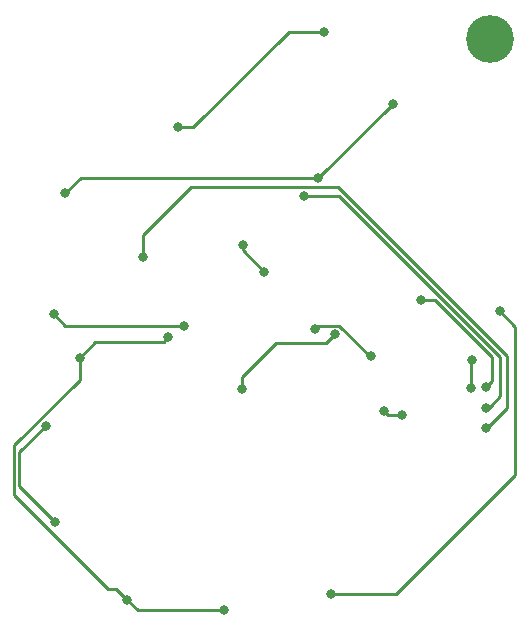
<source format=gbr>
G04 #@! TF.GenerationSoftware,KiCad,Pcbnew,5.1.7-a382d34a8~87~ubuntu20.04.1*
G04 #@! TF.CreationDate,2020-12-28T23:51:54+01:00*
G04 #@! TF.ProjectId,blender_badges,626c656e-6465-4725-9f62-61646765732e,rev?*
G04 #@! TF.SameCoordinates,Original*
G04 #@! TF.FileFunction,Copper,L1,Top*
G04 #@! TF.FilePolarity,Positive*
%FSLAX46Y46*%
G04 Gerber Fmt 4.6, Leading zero omitted, Abs format (unit mm)*
G04 Created by KiCad (PCBNEW 5.1.7-a382d34a8~87~ubuntu20.04.1) date 2020-12-28 23:51:54*
%MOMM*%
%LPD*%
G01*
G04 APERTURE LIST*
G04 #@! TA.AperFunction,ComponentPad*
%ADD10C,4.049867*%
G04 #@! TD*
G04 #@! TA.AperFunction,ViaPad*
%ADD11C,0.800000*%
G04 #@! TD*
G04 #@! TA.AperFunction,Conductor*
%ADD12C,0.250000*%
G04 #@! TD*
G04 APERTURE END LIST*
D10*
X134166366Y-31501672D03*
D11*
X99400000Y-58500000D03*
X111600000Y-79900000D03*
X120100000Y-30900000D03*
X107700000Y-39000000D03*
X106900000Y-56800000D03*
X132574847Y-61100153D03*
X132600000Y-58700000D03*
X126700000Y-63400000D03*
X125150000Y-63050000D03*
X124100000Y-58400000D03*
X119310247Y-56074979D03*
X103450000Y-79050000D03*
X125900000Y-37000000D03*
X119600000Y-43300000D03*
X98200000Y-44600000D03*
X108200000Y-55800000D03*
X97200000Y-54800000D03*
X128300000Y-53600000D03*
X118400000Y-44800000D03*
X104800000Y-50000000D03*
X97300000Y-72400000D03*
X133800000Y-61000000D03*
X133800000Y-62750000D03*
X133800000Y-64500000D03*
X96512653Y-64312653D03*
X121000000Y-56550000D03*
X113150000Y-61200000D03*
X115000000Y-51225000D03*
X113200000Y-49000000D03*
X135000000Y-54600000D03*
X120700000Y-78525019D03*
D12*
X104300000Y-79900000D02*
X111600000Y-79900000D01*
X109000000Y-39000000D02*
X107700000Y-39000000D01*
X117100000Y-30900000D02*
X109000000Y-39000000D01*
X120100000Y-30900000D02*
X117100000Y-30900000D01*
X132574847Y-58725153D02*
X132600000Y-58700000D01*
X132574847Y-61100153D02*
X132574847Y-58725153D01*
X125500000Y-63400000D02*
X125150000Y-63050000D01*
X126700000Y-63400000D02*
X125500000Y-63400000D01*
X103450000Y-79050000D02*
X104300000Y-79900000D01*
X119585226Y-55800000D02*
X119310247Y-56074979D01*
X121400000Y-55800000D02*
X119585226Y-55800000D01*
X124000000Y-58400000D02*
X121400000Y-55800000D01*
X124100000Y-58400000D02*
X124000000Y-58400000D01*
X99400000Y-60400000D02*
X99400000Y-58500000D01*
X93849991Y-65950009D02*
X99400000Y-60400000D01*
X101800000Y-78100000D02*
X93849991Y-70149991D01*
X102500000Y-78100000D02*
X101800000Y-78100000D01*
X93849991Y-70149991D02*
X93849991Y-65950009D01*
X103450000Y-79050000D02*
X102500000Y-78100000D01*
X106500000Y-57200000D02*
X106900000Y-56800000D01*
X100700000Y-57200000D02*
X106500000Y-57200000D01*
X99400000Y-58500000D02*
X100700000Y-57200000D01*
X119600000Y-43300000D02*
X119600000Y-43300000D01*
X119600000Y-43300000D02*
X125900000Y-37000000D01*
X119600000Y-43300000D02*
X99500000Y-43300000D01*
X99500000Y-43300000D02*
X98200000Y-44600000D01*
X98200000Y-55800000D02*
X97200000Y-54800000D01*
X108200000Y-55800000D02*
X98200000Y-55800000D01*
X104800000Y-48100000D02*
X104800000Y-50000000D01*
X108825001Y-44074999D02*
X104800000Y-48100000D01*
X121247819Y-44074999D02*
X108825001Y-44074999D01*
X135550000Y-58377180D02*
X121247819Y-44074999D01*
X135550000Y-62800000D02*
X135550000Y-58377180D01*
X135000000Y-58463590D02*
X121336410Y-44800000D01*
X135000000Y-61800000D02*
X135000000Y-58463590D01*
X121336410Y-44800000D02*
X118400000Y-44800000D01*
X134350000Y-60450000D02*
X133800000Y-61000000D01*
X134350000Y-58450000D02*
X134350000Y-60450000D01*
X129500000Y-53600000D02*
X134350000Y-58450000D01*
X128300000Y-53600000D02*
X129500000Y-53600000D01*
X134050000Y-62750000D02*
X134200000Y-62600000D01*
X133800000Y-62750000D02*
X134050000Y-62750000D01*
X134200000Y-62600000D02*
X135000000Y-61800000D01*
X134100000Y-62700000D02*
X134200000Y-62600000D01*
X133850000Y-64500000D02*
X134175000Y-64175000D01*
X133800000Y-64500000D02*
X133850000Y-64500000D01*
X134175000Y-64175000D02*
X135550000Y-62800000D01*
X134050000Y-64300000D02*
X134175000Y-64175000D01*
X94300000Y-69400000D02*
X94300000Y-66600000D01*
X97300000Y-72400000D02*
X94300000Y-69400000D01*
X94300000Y-66525306D02*
X96512653Y-64312653D01*
X94300000Y-66600000D02*
X94300000Y-66525306D01*
X120300000Y-57250000D02*
X121000000Y-56550000D01*
X113150000Y-61200000D02*
X113150000Y-60150000D01*
X116050000Y-57250000D02*
X116350000Y-57250000D01*
X113150000Y-60150000D02*
X116050000Y-57250000D01*
X116350000Y-57250000D02*
X120300000Y-57250000D01*
X113200000Y-49425000D02*
X113200000Y-49000000D01*
X115000000Y-51225000D02*
X113200000Y-49425000D01*
X136300000Y-68409228D02*
X126184209Y-78525019D01*
X136300000Y-55900000D02*
X136300000Y-68409228D01*
X126184209Y-78525019D02*
X120700000Y-78525019D01*
X135000000Y-54600000D02*
X136300000Y-55900000D01*
M02*

</source>
